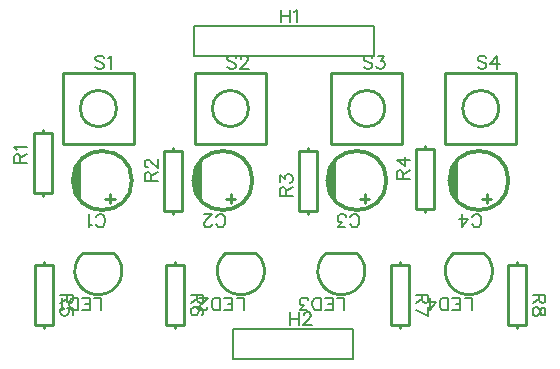
<source format=gto>
G04 Layer: TopSilkscreenLayer*
G04 EasyEDA v6.5.46, 2025-07-09 13:41:03*
G04 12fb059d76d7480aa4ea8a5eff3d1b86,10*
G04 Gerber Generator version 0.2*
G04 Scale: 100 percent, Rotated: No, Reflected: No *
G04 Dimensions in millimeters *
G04 leading zeros omitted , absolute positions ,4 integer and 5 decimal *
%FSLAX45Y45*%
%MOMM*%

%ADD10C,0.1524*%
%ADD11C,0.2540*%
%ADD12C,0.2032*%
%ADD13C,0.2030*%
%ADD14C,0.3000*%
%ADD15C,0.0104*%

%LPD*%
D10*
X829040Y1269512D02*
G01*
X834374Y1259098D01*
X844788Y1248684D01*
X854948Y1243604D01*
X875776Y1243604D01*
X886190Y1248684D01*
X896604Y1259098D01*
X901938Y1269512D01*
X907018Y1285260D01*
X907018Y1311168D01*
X901938Y1326662D01*
X896604Y1337076D01*
X886190Y1347490D01*
X875776Y1352570D01*
X854948Y1352570D01*
X844788Y1347490D01*
X834374Y1337076D01*
X829040Y1326662D01*
X794750Y1264432D02*
G01*
X784336Y1259098D01*
X768842Y1243604D01*
X768842Y1352570D01*
X1849257Y1269512D02*
G01*
X1854591Y1259098D01*
X1865005Y1248684D01*
X1875165Y1243604D01*
X1895993Y1243604D01*
X1906407Y1248684D01*
X1916821Y1259098D01*
X1922155Y1269512D01*
X1927235Y1285260D01*
X1927235Y1311168D01*
X1922155Y1326662D01*
X1916821Y1337076D01*
X1906407Y1347490D01*
X1895993Y1352570D01*
X1875165Y1352570D01*
X1865005Y1347490D01*
X1854591Y1337076D01*
X1849257Y1326662D01*
X1809887Y1269512D02*
G01*
X1809887Y1264432D01*
X1804553Y1254018D01*
X1799473Y1248684D01*
X1789059Y1243604D01*
X1768231Y1243604D01*
X1757817Y1248684D01*
X1752737Y1254018D01*
X1747403Y1264432D01*
X1747403Y1274846D01*
X1752737Y1285260D01*
X1763151Y1300754D01*
X1814967Y1352570D01*
X1742323Y1352570D01*
X2983798Y1269512D02*
G01*
X2989132Y1259098D01*
X2999546Y1248684D01*
X3009706Y1243604D01*
X3030534Y1243604D01*
X3040948Y1248684D01*
X3051362Y1259098D01*
X3056696Y1269512D01*
X3061776Y1285260D01*
X3061776Y1311168D01*
X3056696Y1326662D01*
X3051362Y1337076D01*
X3040948Y1347490D01*
X3030534Y1352570D01*
X3009706Y1352570D01*
X2999546Y1347490D01*
X2989132Y1337076D01*
X2983798Y1326662D01*
X2939094Y1243604D02*
G01*
X2881944Y1243604D01*
X2913186Y1285260D01*
X2897692Y1285260D01*
X2887278Y1290340D01*
X2881944Y1295420D01*
X2876864Y1311168D01*
X2876864Y1321582D01*
X2881944Y1337076D01*
X2892358Y1347490D01*
X2908106Y1352570D01*
X2923600Y1352570D01*
X2939094Y1347490D01*
X2944428Y1342410D01*
X2949508Y1331996D01*
X4016740Y1269512D02*
G01*
X4022074Y1259098D01*
X4032488Y1248684D01*
X4042648Y1243604D01*
X4063476Y1243604D01*
X4073890Y1248684D01*
X4084304Y1259098D01*
X4089638Y1269512D01*
X4094718Y1285260D01*
X4094718Y1311168D01*
X4089638Y1326662D01*
X4084304Y1337076D01*
X4073890Y1347490D01*
X4063476Y1352570D01*
X4042648Y1352570D01*
X4032488Y1347490D01*
X4022074Y1337076D01*
X4016740Y1326662D01*
X3930634Y1243604D02*
G01*
X3982450Y1316248D01*
X3904472Y1316248D01*
X3930634Y1243604D02*
G01*
X3930634Y1352570D01*
X2398801Y3086023D02*
G01*
X2398801Y2977057D01*
X2471445Y3086023D02*
G01*
X2471445Y2977057D01*
X2398801Y3034207D02*
G01*
X2471445Y3034207D01*
X2505735Y3065195D02*
G01*
X2516149Y3070529D01*
X2531897Y3086023D01*
X2531897Y2977057D01*
X2476500Y521715D02*
G01*
X2476500Y412750D01*
X2549143Y521715D02*
G01*
X2549143Y412750D01*
X2476500Y469900D02*
G01*
X2549143Y469900D01*
X2588768Y495807D02*
G01*
X2588768Y500887D01*
X2593847Y511301D01*
X2599181Y516635D01*
X2609595Y521715D01*
X2630170Y521715D01*
X2640584Y516635D01*
X2645918Y511301D01*
X2650997Y500887D01*
X2650997Y490473D01*
X2645918Y480060D01*
X2635504Y464565D01*
X2583434Y412750D01*
X2656331Y412750D01*
X876300Y538734D02*
G01*
X876300Y647700D01*
X876300Y647700D02*
G01*
X814069Y647700D01*
X779779Y538734D02*
G01*
X779779Y647700D01*
X779779Y538734D02*
G01*
X712215Y538734D01*
X779779Y590550D02*
G01*
X738123Y590550D01*
X779779Y647700D02*
G01*
X712215Y647700D01*
X677925Y538734D02*
G01*
X677925Y647700D01*
X677925Y538734D02*
G01*
X641350Y538734D01*
X625855Y543813D01*
X615442Y554227D01*
X610361Y564642D01*
X605027Y580389D01*
X605027Y606297D01*
X610361Y621792D01*
X615442Y632205D01*
X625855Y642619D01*
X641350Y647700D01*
X677925Y647700D01*
X570737Y559561D02*
G01*
X560323Y554227D01*
X544829Y538734D01*
X544829Y647700D01*
X2082800Y538734D02*
G01*
X2082800Y647700D01*
X2082800Y647700D02*
G01*
X2020570Y647700D01*
X1986279Y538734D02*
G01*
X1986279Y647700D01*
X1986279Y538734D02*
G01*
X1918715Y538734D01*
X1986279Y590550D02*
G01*
X1944623Y590550D01*
X1986279Y647700D02*
G01*
X1918715Y647700D01*
X1884425Y538734D02*
G01*
X1884425Y647700D01*
X1884425Y538734D02*
G01*
X1847850Y538734D01*
X1832355Y543813D01*
X1821941Y554227D01*
X1816861Y564642D01*
X1811527Y580389D01*
X1811527Y606297D01*
X1816861Y621792D01*
X1821941Y632205D01*
X1832355Y642619D01*
X1847850Y647700D01*
X1884425Y647700D01*
X1772157Y564642D02*
G01*
X1772157Y559561D01*
X1766823Y549147D01*
X1761743Y543813D01*
X1751329Y538734D01*
X1730502Y538734D01*
X1720088Y543813D01*
X1715007Y549147D01*
X1709673Y559561D01*
X1709673Y569976D01*
X1715007Y580389D01*
X1725421Y595884D01*
X1777238Y647700D01*
X1704593Y647700D01*
X2933700Y538734D02*
G01*
X2933700Y647700D01*
X2933700Y647700D02*
G01*
X2871470Y647700D01*
X2837179Y538734D02*
G01*
X2837179Y647700D01*
X2837179Y538734D02*
G01*
X2769615Y538734D01*
X2837179Y590550D02*
G01*
X2795523Y590550D01*
X2837179Y647700D02*
G01*
X2769615Y647700D01*
X2735325Y538734D02*
G01*
X2735325Y647700D01*
X2735325Y538734D02*
G01*
X2698750Y538734D01*
X2683255Y543813D01*
X2672841Y554227D01*
X2667761Y564642D01*
X2662427Y580389D01*
X2662427Y606297D01*
X2667761Y621792D01*
X2672841Y632205D01*
X2683255Y642619D01*
X2698750Y647700D01*
X2735325Y647700D01*
X2617723Y538734D02*
G01*
X2560573Y538734D01*
X2591815Y580389D01*
X2576321Y580389D01*
X2565907Y585469D01*
X2560573Y590550D01*
X2555493Y606297D01*
X2555493Y616711D01*
X2560573Y632205D01*
X2570988Y642619D01*
X2586736Y647700D01*
X2602229Y647700D01*
X2617723Y642619D01*
X2623057Y637539D01*
X2628138Y627126D01*
X4013200Y538734D02*
G01*
X4013200Y647700D01*
X4013200Y647700D02*
G01*
X3950970Y647700D01*
X3916679Y538734D02*
G01*
X3916679Y647700D01*
X3916679Y538734D02*
G01*
X3849115Y538734D01*
X3916679Y590550D02*
G01*
X3875023Y590550D01*
X3916679Y647700D02*
G01*
X3849115Y647700D01*
X3814825Y538734D02*
G01*
X3814825Y647700D01*
X3814825Y538734D02*
G01*
X3778250Y538734D01*
X3762755Y543813D01*
X3752341Y554227D01*
X3747261Y564642D01*
X3741927Y580389D01*
X3741927Y606297D01*
X3747261Y621792D01*
X3752341Y632205D01*
X3762755Y642619D01*
X3778250Y647700D01*
X3814825Y647700D01*
X3655821Y538734D02*
G01*
X3707638Y611377D01*
X3629659Y611377D01*
X3655821Y538734D02*
G01*
X3655821Y647700D01*
X138683Y1790700D02*
G01*
X247650Y1790700D01*
X138683Y1790700D02*
G01*
X138683Y1837435D01*
X143763Y1852929D01*
X149097Y1858263D01*
X159511Y1863343D01*
X169925Y1863343D01*
X180339Y1858263D01*
X185419Y1852929D01*
X190500Y1837435D01*
X190500Y1790700D01*
X190500Y1827021D02*
G01*
X247650Y1863343D01*
X159511Y1897634D02*
G01*
X154177Y1908047D01*
X138683Y1923795D01*
X247650Y1923795D01*
X1243584Y1638300D02*
G01*
X1352550Y1638300D01*
X1243584Y1638300D02*
G01*
X1243584Y1685035D01*
X1248663Y1700529D01*
X1253997Y1705863D01*
X1264411Y1710943D01*
X1274825Y1710943D01*
X1285239Y1705863D01*
X1290320Y1700529D01*
X1295400Y1685035D01*
X1295400Y1638300D01*
X1295400Y1674621D02*
G01*
X1352550Y1710943D01*
X1269491Y1750568D02*
G01*
X1264411Y1750568D01*
X1253997Y1755647D01*
X1248663Y1760981D01*
X1243584Y1771395D01*
X1243584Y1791969D01*
X1248663Y1802384D01*
X1253997Y1807718D01*
X1264411Y1812797D01*
X1274825Y1812797D01*
X1285239Y1807718D01*
X1300734Y1797303D01*
X1352550Y1745234D01*
X1352550Y1818131D01*
X2386584Y1510286D02*
G01*
X2495550Y1510286D01*
X2386584Y1510286D02*
G01*
X2386584Y1557022D01*
X2391663Y1572516D01*
X2396997Y1577850D01*
X2407411Y1582930D01*
X2417825Y1582930D01*
X2428239Y1577850D01*
X2433320Y1572516D01*
X2438400Y1557022D01*
X2438400Y1510286D01*
X2438400Y1546608D02*
G01*
X2495550Y1582930D01*
X2386584Y1627634D02*
G01*
X2386584Y1684784D01*
X2428239Y1653796D01*
X2428239Y1669290D01*
X2433320Y1679704D01*
X2438400Y1684784D01*
X2454147Y1690118D01*
X2464561Y1690118D01*
X2480055Y1684784D01*
X2490470Y1674370D01*
X2495550Y1658876D01*
X2495550Y1643382D01*
X2490470Y1627634D01*
X2485389Y1622554D01*
X2474975Y1617220D01*
X3377184Y1651000D02*
G01*
X3486150Y1651000D01*
X3377184Y1651000D02*
G01*
X3377184Y1697735D01*
X3382263Y1713229D01*
X3387597Y1718563D01*
X3398011Y1723643D01*
X3408425Y1723643D01*
X3418839Y1718563D01*
X3423920Y1713229D01*
X3429000Y1697735D01*
X3429000Y1651000D01*
X3429000Y1687321D02*
G01*
X3486150Y1723643D01*
X3377184Y1810003D02*
G01*
X3449827Y1757934D01*
X3449827Y1835911D01*
X3377184Y1810003D02*
G01*
X3486150Y1810003D01*
X636015Y673100D02*
G01*
X527050Y673100D01*
X636015Y673100D02*
G01*
X636015Y626363D01*
X630935Y610869D01*
X625601Y605535D01*
X615187Y600455D01*
X604773Y600455D01*
X594359Y605535D01*
X589279Y610869D01*
X584200Y626363D01*
X584200Y673100D01*
X584200Y636777D02*
G01*
X527050Y600455D01*
X636015Y503681D02*
G01*
X636015Y555751D01*
X589279Y560831D01*
X594359Y555751D01*
X599693Y540003D01*
X599693Y524510D01*
X594359Y509015D01*
X584200Y498601D01*
X568451Y493268D01*
X558037Y493268D01*
X542543Y498601D01*
X532129Y509015D01*
X527050Y524510D01*
X527050Y540003D01*
X532129Y555751D01*
X537209Y560831D01*
X547623Y566165D01*
X1740915Y673100D02*
G01*
X1631950Y673100D01*
X1740915Y673100D02*
G01*
X1740915Y626363D01*
X1735836Y610869D01*
X1730502Y605535D01*
X1720088Y600455D01*
X1709673Y600455D01*
X1699259Y605535D01*
X1694179Y610869D01*
X1689100Y626363D01*
X1689100Y673100D01*
X1689100Y636777D02*
G01*
X1631950Y600455D01*
X1725421Y503681D02*
G01*
X1735836Y509015D01*
X1740915Y524510D01*
X1740915Y534923D01*
X1735836Y550418D01*
X1720088Y560831D01*
X1694179Y566165D01*
X1668271Y566165D01*
X1647443Y560831D01*
X1637029Y550418D01*
X1631950Y534923D01*
X1631950Y529589D01*
X1637029Y514095D01*
X1647443Y503681D01*
X1662938Y498601D01*
X1668271Y498601D01*
X1683765Y503681D01*
X1694179Y514095D01*
X1699259Y529589D01*
X1699259Y534923D01*
X1694179Y550418D01*
X1683765Y560831D01*
X1668271Y566165D01*
X3645915Y673100D02*
G01*
X3536950Y673100D01*
X3645915Y673100D02*
G01*
X3645915Y626363D01*
X3640836Y610869D01*
X3635502Y605535D01*
X3625088Y600455D01*
X3614673Y600455D01*
X3604259Y605535D01*
X3599179Y610869D01*
X3594100Y626363D01*
X3594100Y673100D01*
X3594100Y636777D02*
G01*
X3536950Y600455D01*
X3645915Y493268D02*
G01*
X3536950Y545337D01*
X3645915Y566165D02*
G01*
X3645915Y493268D01*
X4636515Y673100D02*
G01*
X4527550Y673100D01*
X4636515Y673100D02*
G01*
X4636515Y626363D01*
X4631436Y610869D01*
X4626102Y605535D01*
X4615688Y600455D01*
X4605273Y600455D01*
X4594859Y605535D01*
X4589779Y610869D01*
X4584700Y626363D01*
X4584700Y673100D01*
X4584700Y636777D02*
G01*
X4527550Y600455D01*
X4636515Y540003D02*
G01*
X4631436Y555751D01*
X4621021Y560831D01*
X4610607Y560831D01*
X4600193Y555751D01*
X4594859Y545337D01*
X4589779Y524510D01*
X4584700Y509015D01*
X4574286Y498601D01*
X4563871Y493268D01*
X4548123Y493268D01*
X4537709Y498601D01*
X4532629Y503681D01*
X4527550Y519429D01*
X4527550Y540003D01*
X4532629Y555751D01*
X4537709Y560831D01*
X4548123Y566165D01*
X4563871Y566165D01*
X4574286Y560831D01*
X4584700Y550418D01*
X4589779Y534923D01*
X4594859Y514095D01*
X4600193Y503681D01*
X4610607Y498601D01*
X4621021Y498601D01*
X4631436Y503681D01*
X4636515Y519429D01*
X4636515Y540003D01*
X898143Y2677921D02*
G01*
X887729Y2688335D01*
X872235Y2693415D01*
X851407Y2693415D01*
X835913Y2688335D01*
X825500Y2677921D01*
X825500Y2667507D01*
X830579Y2657093D01*
X835913Y2651760D01*
X846327Y2646679D01*
X877569Y2636265D01*
X887729Y2631185D01*
X893063Y2625851D01*
X898143Y2615437D01*
X898143Y2599943D01*
X887729Y2589529D01*
X872235Y2584450D01*
X851407Y2584450D01*
X835913Y2589529D01*
X825500Y2599943D01*
X932433Y2672587D02*
G01*
X942847Y2677921D01*
X958595Y2693415D01*
X958595Y2584450D01*
X2015743Y2677921D02*
G01*
X2005329Y2688335D01*
X1989836Y2693415D01*
X1969007Y2693415D01*
X1953513Y2688335D01*
X1943100Y2677921D01*
X1943100Y2667507D01*
X1948179Y2657093D01*
X1953513Y2651760D01*
X1963927Y2646679D01*
X1995170Y2636265D01*
X2005329Y2631185D01*
X2010663Y2625851D01*
X2015743Y2615437D01*
X2015743Y2599943D01*
X2005329Y2589529D01*
X1989836Y2584450D01*
X1969007Y2584450D01*
X1953513Y2589529D01*
X1943100Y2599943D01*
X2055368Y2667507D02*
G01*
X2055368Y2672587D01*
X2060447Y2683001D01*
X2065781Y2688335D01*
X2076195Y2693415D01*
X2096770Y2693415D01*
X2107184Y2688335D01*
X2112518Y2683001D01*
X2117597Y2672587D01*
X2117597Y2662173D01*
X2112518Y2651760D01*
X2102104Y2636265D01*
X2050034Y2584450D01*
X2122931Y2584450D01*
X3171443Y2677921D02*
G01*
X3161029Y2688335D01*
X3145536Y2693415D01*
X3124707Y2693415D01*
X3109213Y2688335D01*
X3098800Y2677921D01*
X3098800Y2667507D01*
X3103879Y2657093D01*
X3109213Y2651760D01*
X3119627Y2646679D01*
X3150870Y2636265D01*
X3161029Y2631185D01*
X3166363Y2625851D01*
X3171443Y2615437D01*
X3171443Y2599943D01*
X3161029Y2589529D01*
X3145536Y2584450D01*
X3124707Y2584450D01*
X3109213Y2589529D01*
X3098800Y2599943D01*
X3216147Y2693415D02*
G01*
X3273297Y2693415D01*
X3242309Y2651760D01*
X3257804Y2651760D01*
X3268218Y2646679D01*
X3273297Y2641600D01*
X3278631Y2625851D01*
X3278631Y2615437D01*
X3273297Y2599943D01*
X3262884Y2589529D01*
X3247389Y2584450D01*
X3231895Y2584450D01*
X3216147Y2589529D01*
X3211068Y2594610D01*
X3205734Y2605023D01*
X4136643Y2677921D02*
G01*
X4126229Y2688335D01*
X4110736Y2693415D01*
X4089907Y2693415D01*
X4074413Y2688335D01*
X4064000Y2677921D01*
X4064000Y2667507D01*
X4069079Y2657093D01*
X4074413Y2651760D01*
X4084827Y2646679D01*
X4116070Y2636265D01*
X4126229Y2631185D01*
X4131563Y2625851D01*
X4136643Y2615437D01*
X4136643Y2599943D01*
X4126229Y2589529D01*
X4110736Y2584450D01*
X4089907Y2584450D01*
X4074413Y2589529D01*
X4064000Y2599943D01*
X4223004Y2693415D02*
G01*
X4170934Y2620771D01*
X4248911Y2620771D01*
X4223004Y2693415D02*
G01*
X4223004Y2584450D01*
G36*
X705358Y1803400D02*
G01*
X695807Y1793646D01*
X686816Y1783384D01*
X678434Y1772564D01*
X670712Y1761286D01*
X663702Y1749552D01*
X657402Y1737410D01*
X651865Y1724914D01*
X647039Y1712163D01*
X643026Y1699056D01*
X639775Y1685798D01*
X637336Y1672336D01*
X635711Y1658772D01*
X634898Y1645157D01*
X634898Y1631492D01*
X635711Y1617827D01*
X637336Y1604264D01*
X639775Y1590802D01*
X643026Y1577543D01*
X647039Y1564487D01*
X651865Y1551686D01*
X657402Y1539189D01*
X663702Y1527048D01*
X670712Y1515313D01*
X678434Y1504035D01*
X686816Y1493215D01*
X695807Y1482953D01*
X705358Y1473200D01*
G37*
G36*
X1725574Y1803400D02*
G01*
X1716024Y1793646D01*
X1707032Y1783384D01*
X1698650Y1772564D01*
X1690928Y1761286D01*
X1683918Y1749552D01*
X1677619Y1737410D01*
X1672082Y1724914D01*
X1667256Y1712163D01*
X1663242Y1699056D01*
X1659991Y1685798D01*
X1657553Y1672336D01*
X1655927Y1658772D01*
X1655114Y1645157D01*
X1655114Y1631492D01*
X1655927Y1617827D01*
X1657553Y1604264D01*
X1659991Y1590802D01*
X1663242Y1577543D01*
X1667256Y1564487D01*
X1672082Y1551686D01*
X1677619Y1539189D01*
X1683918Y1527048D01*
X1690928Y1515313D01*
X1698650Y1504035D01*
X1707032Y1493215D01*
X1716024Y1482953D01*
X1725574Y1473200D01*
G37*
G36*
X2860141Y1803400D02*
G01*
X2850540Y1793646D01*
X2841548Y1783384D01*
X2833166Y1772564D01*
X2825496Y1761286D01*
X2818485Y1749552D01*
X2812186Y1737410D01*
X2806598Y1724914D01*
X2801823Y1712163D01*
X2797759Y1699056D01*
X2796032Y1692452D01*
X2793238Y1679092D01*
X2791155Y1665579D01*
X2789936Y1651965D01*
X2789529Y1638300D01*
X2789936Y1624634D01*
X2791155Y1611020D01*
X2793238Y1597507D01*
X2796032Y1584147D01*
X2799689Y1570990D01*
X2804109Y1558036D01*
X2809290Y1545386D01*
X2815234Y1533093D01*
X2821889Y1521155D01*
X2829255Y1509623D01*
X2837281Y1498549D01*
X2845968Y1488033D01*
X2855264Y1477975D01*
X2860141Y1473200D01*
G37*
G36*
X3893058Y1803400D02*
G01*
X3883507Y1793646D01*
X3874515Y1783384D01*
X3866134Y1772564D01*
X3858412Y1761286D01*
X3851401Y1749552D01*
X3845102Y1737410D01*
X3839565Y1724914D01*
X3834739Y1712163D01*
X3830726Y1699056D01*
X3827475Y1685798D01*
X3825036Y1672336D01*
X3823411Y1658772D01*
X3822598Y1645157D01*
X3822598Y1631492D01*
X3823411Y1617827D01*
X3825036Y1604264D01*
X3827475Y1590802D01*
X3830726Y1577543D01*
X3834739Y1564487D01*
X3839565Y1551686D01*
X3845102Y1539189D01*
X3851401Y1527048D01*
X3858412Y1515313D01*
X3866134Y1504035D01*
X3874515Y1493215D01*
X3883507Y1482953D01*
X3893058Y1473200D01*
G37*
D11*
X950211Y1443682D02*
G01*
X950211Y1523682D01*
X990211Y1483682D02*
G01*
X910211Y1483682D01*
X1970427Y1443682D02*
G01*
X1970427Y1523682D01*
X2010427Y1483682D02*
G01*
X1930427Y1483682D01*
X3104969Y1443682D02*
G01*
X3104969Y1523682D01*
X3144969Y1483682D02*
G01*
X3064969Y1483682D01*
X4137911Y1443682D02*
G01*
X4137911Y1523682D01*
X4177911Y1483682D02*
G01*
X4097911Y1483682D01*
D12*
X1852701Y2945307D02*
G01*
X1662201Y2945307D01*
X1662201Y2691307D01*
X3186201Y2691307D01*
X3186201Y2945307D01*
D13*
X3186201Y2945307D02*
G01*
X1852701Y2945307D01*
D12*
X3009900Y381000D02*
G01*
X3009900Y127000D01*
X1993900Y127000D01*
X1993900Y381000D01*
X2184400Y381000D01*
D13*
X3009900Y381000D02*
G01*
X2184400Y381000D01*
D11*
X977900Y1025397D02*
G01*
X723112Y1025931D01*
X2184400Y1025397D02*
G01*
X1929612Y1025931D01*
X3035300Y1025397D02*
G01*
X2780512Y1025931D01*
X4114800Y1025397D02*
G01*
X3860012Y1025931D01*
X381000Y1536700D02*
G01*
X381000Y1511300D01*
X381000Y2044700D02*
G01*
X381000Y2070100D01*
X381000Y1536700D02*
G01*
X304800Y1536700D01*
X457200Y1536700D02*
G01*
X381000Y1536700D01*
X457200Y2044700D02*
G01*
X457200Y1536700D01*
X381000Y2044700D02*
G01*
X457200Y2044700D01*
X304800Y2044700D02*
G01*
X381000Y2044700D01*
X304800Y1536700D02*
G01*
X304800Y2044700D01*
X1485900Y1384300D02*
G01*
X1485900Y1358900D01*
X1485900Y1892300D02*
G01*
X1485900Y1917700D01*
X1485900Y1384300D02*
G01*
X1409700Y1384300D01*
X1562100Y1384300D02*
G01*
X1485900Y1384300D01*
X1562100Y1892300D02*
G01*
X1562100Y1384300D01*
X1485900Y1892300D02*
G01*
X1562100Y1892300D01*
X1409700Y1892300D02*
G01*
X1485900Y1892300D01*
X1409700Y1384300D02*
G01*
X1409700Y1892300D01*
X2628900Y1384300D02*
G01*
X2628900Y1358900D01*
X2628900Y1892300D02*
G01*
X2628900Y1917700D01*
X2628900Y1384300D02*
G01*
X2552700Y1384300D01*
X2705100Y1384300D02*
G01*
X2628900Y1384300D01*
X2705100Y1892300D02*
G01*
X2705100Y1384300D01*
X2628900Y1892300D02*
G01*
X2705100Y1892300D01*
X2552700Y1892300D02*
G01*
X2628900Y1892300D01*
X2552700Y1384300D02*
G01*
X2552700Y1892300D01*
X3619500Y1397000D02*
G01*
X3619500Y1371600D01*
X3619500Y1905000D02*
G01*
X3619500Y1930400D01*
X3619500Y1397000D02*
G01*
X3543300Y1397000D01*
X3695700Y1397000D02*
G01*
X3619500Y1397000D01*
X3695700Y1905000D02*
G01*
X3695700Y1397000D01*
X3619500Y1905000D02*
G01*
X3695700Y1905000D01*
X3543300Y1905000D02*
G01*
X3619500Y1905000D01*
X3543300Y1397000D02*
G01*
X3543300Y1905000D01*
X393700Y927100D02*
G01*
X393700Y952500D01*
X393700Y419100D02*
G01*
X393700Y393700D01*
X393700Y927100D02*
G01*
X469900Y927100D01*
X317500Y927100D02*
G01*
X393700Y927100D01*
X317500Y419100D02*
G01*
X317500Y927100D01*
X393700Y419100D02*
G01*
X317500Y419100D01*
X469900Y419100D02*
G01*
X393700Y419100D01*
X469900Y927100D02*
G01*
X469900Y419100D01*
X1498600Y927100D02*
G01*
X1498600Y952500D01*
X1498600Y419100D02*
G01*
X1498600Y393700D01*
X1498600Y927100D02*
G01*
X1574800Y927100D01*
X1422400Y927100D02*
G01*
X1498600Y927100D01*
X1422400Y419100D02*
G01*
X1422400Y927100D01*
X1498600Y419100D02*
G01*
X1422400Y419100D01*
X1574800Y419100D02*
G01*
X1498600Y419100D01*
X1574800Y927100D02*
G01*
X1574800Y419100D01*
X3403600Y927100D02*
G01*
X3403600Y952500D01*
X3403600Y419100D02*
G01*
X3403600Y393700D01*
X3403600Y927100D02*
G01*
X3479800Y927100D01*
X3327400Y927100D02*
G01*
X3403600Y927100D01*
X3327400Y419100D02*
G01*
X3327400Y927100D01*
X3403600Y419100D02*
G01*
X3327400Y419100D01*
X3479800Y419100D02*
G01*
X3403600Y419100D01*
X3479800Y927100D02*
G01*
X3479800Y419100D01*
X4394200Y927100D02*
G01*
X4394200Y952500D01*
X4394200Y419100D02*
G01*
X4394200Y393700D01*
X4394200Y927100D02*
G01*
X4470400Y927100D01*
X4318000Y927100D02*
G01*
X4394200Y927100D01*
X4318000Y419100D02*
G01*
X4318000Y927100D01*
X4394200Y419100D02*
G01*
X4318000Y419100D01*
X4470400Y419100D02*
G01*
X4394200Y419100D01*
X4470400Y927100D02*
G01*
X4470400Y419100D01*
X550900Y2547899D02*
G01*
X1150899Y2547899D01*
X1150899Y1947900D01*
X550900Y1947900D01*
X550900Y2547899D01*
X1668500Y2547899D02*
G01*
X2268499Y2547899D01*
X2268499Y1947900D01*
X1668500Y1947900D01*
X1668500Y2547899D01*
X2824200Y2547899D02*
G01*
X3424199Y2547899D01*
X3424199Y1947900D01*
X2824200Y1947900D01*
X2824200Y2547899D01*
X3789400Y2547899D02*
G01*
X4389399Y2547899D01*
X4389399Y1947900D01*
X3789400Y1947900D01*
X3789400Y2547899D01*
G75*
G01*
X724357Y1025398D02*
G03*
X977849Y1025398I126746J-154710D01*
G75*
G01*
X1930857Y1025398D02*
G03*
X2184349Y1025398I126746J-154710D01*
G75*
G01*
X2781757Y1025398D02*
G03*
X3035249Y1025398I126746J-154710D01*
G75*
G01*
X3861257Y1025398D02*
G03*
X4114749Y1025398I126746J-154710D01*
G75*
G01*
X1003833Y2247900D02*
G03*
X1003833Y2247527I-152933J-187D01*
G75*
G01*
X2121433Y2247900D02*
G03*
X2121433Y2247527I-152933J-187D01*
G75*
G01*
X3277133Y2247900D02*
G03*
X3277133Y2247527I-152933J-187D01*
G75*
G01*
X4242333Y2247900D02*
G03*
X4242333Y2247527I-152933J-187D01*
D14*
G75*
G01
X1134796Y1638300D02*
G03X1134796Y1638300I-250012J0D01*
G75*
G01
X2155012Y1638300D02*
G03X2155012Y1638300I-250012J0D01*
G75*
G01
X3289554Y1638300D02*
G03X3289554Y1638300I-250012J0D01*
G75*
G01
X4322496Y1638300D02*
G03X4322496Y1638300I-250012J0D01*
M02*

</source>
